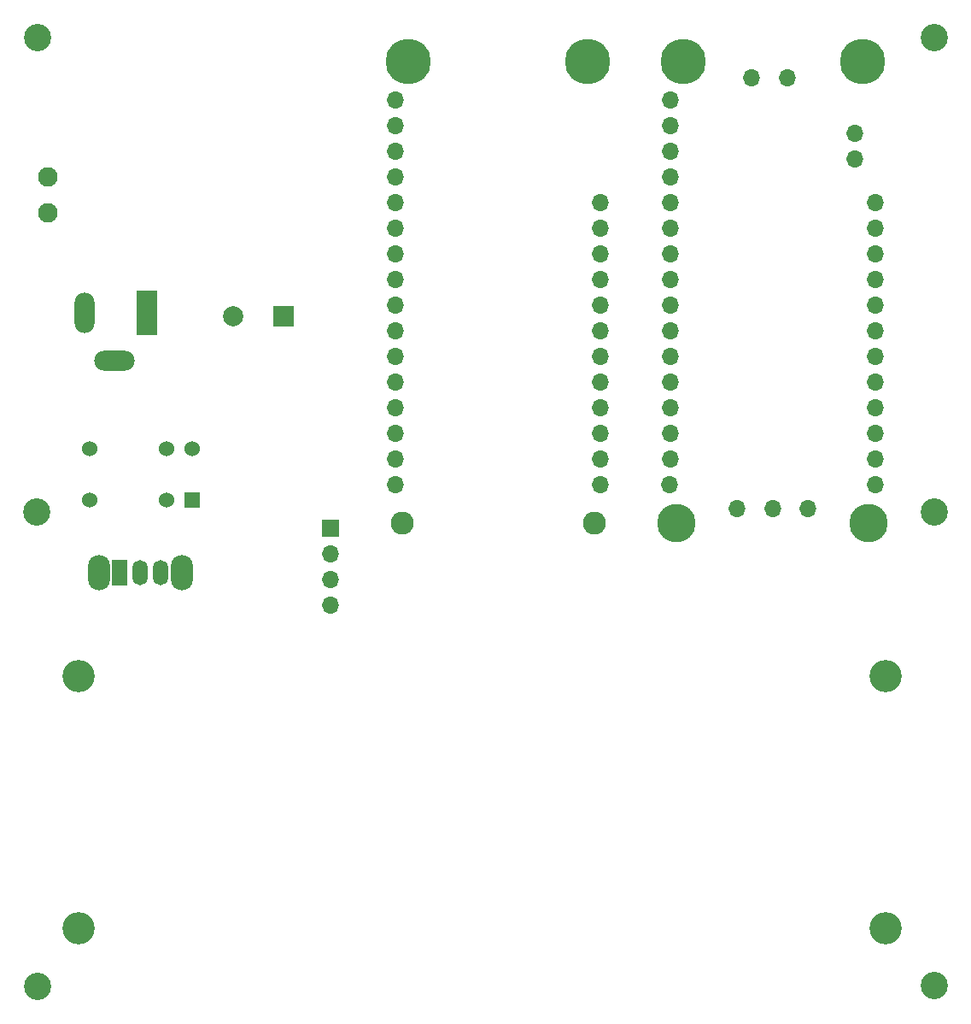
<source format=gbs>
G04 #@! TF.GenerationSoftware,KiCad,Pcbnew,7.0.1*
G04 #@! TF.CreationDate,2023-05-15T21:33:36-05:00*
G04 #@! TF.ProjectId,MiniSSO-Tester,4d696e69-5353-44f2-9d54-65737465722e,1*
G04 #@! TF.SameCoordinates,Original*
G04 #@! TF.FileFunction,Soldermask,Bot*
G04 #@! TF.FilePolarity,Negative*
%FSLAX46Y46*%
G04 Gerber Fmt 4.6, Leading zero omitted, Abs format (unit mm)*
G04 Created by KiCad (PCBNEW 7.0.1) date 2023-05-15 21:33:36*
%MOMM*%
%LPD*%
G01*
G04 APERTURE LIST*
%ADD10C,3.200000*%
%ADD11R,1.700000X1.700000*%
%ADD12O,1.700000X1.700000*%
%ADD13C,2.700000*%
%ADD14C,1.950000*%
%ADD15R,1.524000X1.524000*%
%ADD16C,1.524000*%
%ADD17O,2.200000X3.500000*%
%ADD18R,1.500000X2.500000*%
%ADD19O,1.500000X2.500000*%
%ADD20R,2.000000X2.000000*%
%ADD21C,2.000000*%
%ADD22C,2.286000*%
%ADD23C,4.500000*%
%ADD24C,3.810000*%
%ADD25R,2.000000X4.500000*%
%ADD26O,2.000000X4.000000*%
%ADD27O,4.000000X2.000000*%
G04 APERTURE END LIST*
D10*
X59850000Y-126050000D03*
X59850000Y-151050000D03*
X139850000Y-126050000D03*
X139850000Y-151050000D03*
D11*
X84800000Y-111430000D03*
D12*
X84800000Y-113970000D03*
X84800000Y-116510000D03*
X84800000Y-119050000D03*
D13*
X55750000Y-62800000D03*
X55700000Y-109800000D03*
X55750000Y-156750000D03*
X144700000Y-62800000D03*
D14*
X56800000Y-80150000D03*
X56800000Y-76650000D03*
D15*
X71105000Y-108585000D03*
D16*
X71105000Y-103505000D03*
X68565000Y-108585000D03*
X68565000Y-103505000D03*
X60945000Y-108585000D03*
X60945000Y-103505000D03*
D17*
X61850000Y-115850000D03*
X70050000Y-115850000D03*
D18*
X63950000Y-115850000D03*
D19*
X65950000Y-115850000D03*
X67950000Y-115850000D03*
D20*
X80200000Y-90450000D03*
D21*
X75200000Y-90450000D03*
D22*
X110993000Y-110922200D03*
X91943000Y-110922200D03*
D12*
X91290800Y-69000000D03*
X91290800Y-71540000D03*
X91290800Y-74080000D03*
X91290800Y-76620000D03*
X91290800Y-79160000D03*
X91290800Y-81700000D03*
X91290800Y-84240000D03*
X91290800Y-86780000D03*
X91290800Y-89320000D03*
X91290800Y-91860000D03*
X91290800Y-94400000D03*
X91290800Y-96940000D03*
X91290800Y-99480000D03*
X91290800Y-102020000D03*
X91290800Y-104560000D03*
X91265400Y-107100000D03*
X111610800Y-107100000D03*
X111610800Y-104560000D03*
X111610800Y-102020000D03*
X111610800Y-99480000D03*
X111610800Y-96940000D03*
X111610800Y-94400000D03*
X111610800Y-91860000D03*
X111610800Y-89320000D03*
X111610800Y-86780000D03*
X111610800Y-84240000D03*
X111610800Y-81700000D03*
X111610800Y-79160000D03*
D23*
X92543000Y-65172200D03*
X110343000Y-65172200D03*
D12*
X118490800Y-69000000D03*
X118490800Y-71540000D03*
X118490800Y-74080000D03*
X118490800Y-76620000D03*
X118490800Y-79160000D03*
X118490800Y-81700000D03*
X118490800Y-84240000D03*
X118490800Y-86780000D03*
X118490800Y-89320000D03*
X118490800Y-91860000D03*
X118490800Y-94400000D03*
X118490800Y-96940000D03*
X118490800Y-99480000D03*
X118490800Y-102020000D03*
X118490800Y-104560000D03*
X118465400Y-107100000D03*
X138810800Y-107100000D03*
X138810800Y-104560000D03*
X138810800Y-102020000D03*
X138810800Y-99480000D03*
X138810800Y-96940000D03*
X138810800Y-94400000D03*
X138810800Y-91860000D03*
X138810800Y-89320000D03*
X138810800Y-86780000D03*
X138810800Y-84240000D03*
X138810800Y-81700000D03*
X138810800Y-79160000D03*
X136795200Y-74847600D03*
X136795200Y-72307600D03*
X130105200Y-66767600D03*
X126605200Y-66767600D03*
X125145200Y-109497600D03*
X128645200Y-109497600D03*
X132145200Y-109497600D03*
D23*
X119760800Y-65190000D03*
X137540800Y-65190000D03*
D24*
X119125800Y-110910000D03*
X138175800Y-110910000D03*
D13*
X144700000Y-109800000D03*
D25*
X66600000Y-90100000D03*
D26*
X60400000Y-90100000D03*
D27*
X63400000Y-94800000D03*
D13*
X144700000Y-156700000D03*
M02*

</source>
